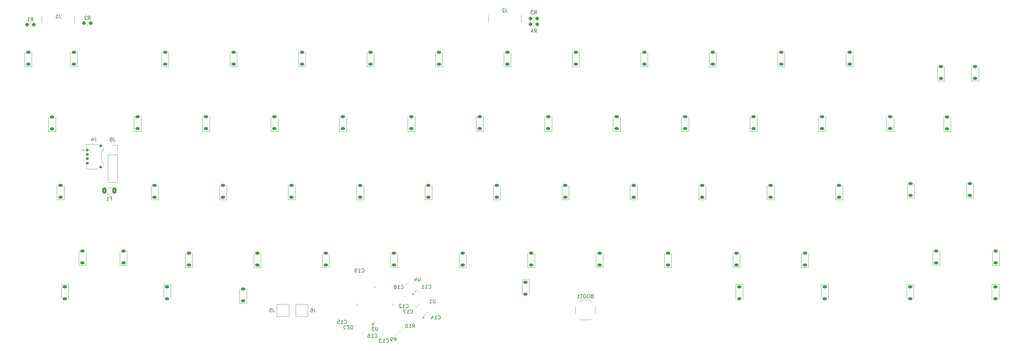
<source format=gbo>
G04 #@! TF.GenerationSoftware,KiCad,Pcbnew,8.0.4*
G04 #@! TF.CreationDate,2024-08-26T20:04:34+02:00*
G04 #@! TF.ProjectId,keyboard,6b657962-6f61-4726-942e-6b696361645f,rev?*
G04 #@! TF.SameCoordinates,Original*
G04 #@! TF.FileFunction,Legend,Bot*
G04 #@! TF.FilePolarity,Positive*
%FSLAX46Y46*%
G04 Gerber Fmt 4.6, Leading zero omitted, Abs format (unit mm)*
G04 Created by KiCad (PCBNEW 8.0.4) date 2024-08-26 20:04:34*
%MOMM*%
%LPD*%
G01*
G04 APERTURE LIST*
G04 Aperture macros list*
%AMRoundRect*
0 Rectangle with rounded corners*
0 $1 Rounding radius*
0 $2 $3 $4 $5 $6 $7 $8 $9 X,Y pos of 4 corners*
0 Add a 4 corners polygon primitive as box body*
4,1,4,$2,$3,$4,$5,$6,$7,$8,$9,$2,$3,0*
0 Add four circle primitives for the rounded corners*
1,1,$1+$1,$2,$3*
1,1,$1+$1,$4,$5*
1,1,$1+$1,$6,$7*
1,1,$1+$1,$8,$9*
0 Add four rect primitives between the rounded corners*
20,1,$1+$1,$2,$3,$4,$5,0*
20,1,$1+$1,$4,$5,$6,$7,0*
20,1,$1+$1,$6,$7,$8,$9,0*
20,1,$1+$1,$8,$9,$2,$3,0*%
G04 Aperture macros list end*
%ADD10C,0.160000*%
%ADD11C,0.120000*%
%ADD12C,1.750000*%
%ADD13C,4.000000*%
%ADD14C,2.500000*%
%ADD15O,4.900000X2.500000*%
%ADD16C,3.048000*%
%ADD17C,3.987800*%
%ADD18RoundRect,0.225000X-0.375000X0.225000X-0.375000X-0.225000X0.375000X-0.225000X0.375000X0.225000X0*%
%ADD19RoundRect,0.225000X0.375000X-0.225000X0.375000X0.225000X-0.375000X0.225000X-0.375000X-0.225000X0*%
%ADD20RoundRect,0.140000X0.219203X0.021213X0.021213X0.219203X-0.219203X-0.021213X-0.021213X-0.219203X0*%
%ADD21RoundRect,0.140000X-0.219203X-0.021213X-0.021213X-0.219203X0.219203X0.021213X0.021213X0.219203X0*%
%ADD22RoundRect,0.140000X-0.021213X0.219203X-0.219203X0.021213X0.021213X-0.219203X0.219203X-0.021213X0*%
%ADD23RoundRect,0.237500X-0.344715X0.008839X0.008839X-0.344715X0.344715X-0.008839X-0.008839X0.344715X0*%
%ADD24O,8.000000X5.000000*%
%ADD25O,10.000000X5.000000*%
%ADD26RoundRect,0.237500X-0.250000X-0.237500X0.250000X-0.237500X0.250000X0.237500X-0.250000X0.237500X0*%
%ADD27RoundRect,0.237500X0.250000X0.237500X-0.250000X0.237500X-0.250000X-0.237500X0.250000X-0.237500X0*%
%ADD28RoundRect,0.250000X-0.375000X-0.625000X0.375000X-0.625000X0.375000X0.625000X-0.375000X0.625000X0*%
%ADD29R,1.700000X1.700000*%
%ADD30O,1.700000X1.700000*%
%ADD31RoundRect,0.140000X0.021213X-0.219203X0.219203X-0.021213X-0.021213X0.219203X-0.219203X0.021213X0*%
%ADD32RoundRect,0.075000X-0.415425X-0.521491X0.521491X0.415425X0.415425X0.521491X-0.521491X-0.415425X0*%
%ADD33RoundRect,0.075000X0.415425X-0.521491X0.521491X-0.415425X-0.415425X0.521491X-0.521491X0.415425X0*%
%ADD34C,5.000000*%
%ADD35R,3.000000X3.000000*%
%ADD36RoundRect,0.150000X-0.275000X0.150000X-0.275000X-0.150000X0.275000X-0.150000X0.275000X0.150000X0*%
%ADD37RoundRect,0.175000X-0.225000X0.175000X-0.225000X-0.175000X0.225000X-0.175000X0.225000X0.175000X0*%
%ADD38R,1.700000X1.000000*%
%ADD39RoundRect,0.225000X0.017678X-0.335876X0.335876X-0.017678X-0.017678X0.335876X-0.335876X0.017678X0*%
%ADD40C,0.650000*%
%ADD41R,0.600000X1.100000*%
%ADD42R,0.300000X1.240000*%
%ADD43R,0.300000X1.020000*%
%ADD44R,0.300000X1.120000*%
%ADD45O,1.000000X1.800000*%
%ADD46O,1.000000X2.200000*%
%ADD47RoundRect,0.150000X-0.256326X-0.468458X0.468458X0.256326X0.256326X0.468458X-0.468458X-0.256326X0*%
%ADD48C,6.000000*%
%ADD49RoundRect,0.175000X0.106066X-0.353553X0.353553X-0.106066X-0.106066X0.353553X-0.353553X0.106066X0*%
%ADD50RoundRect,0.150000X-0.035355X-0.247487X0.247487X0.035355X0.035355X0.247487X-0.247487X-0.035355X0*%
G04 APERTURE END LIST*
D10*
X93542858Y-64934060D02*
X93590477Y-64981680D01*
X93590477Y-64981680D02*
X93733334Y-65029299D01*
X93733334Y-65029299D02*
X93828572Y-65029299D01*
X93828572Y-65029299D02*
X93971429Y-64981680D01*
X93971429Y-64981680D02*
X94066667Y-64886441D01*
X94066667Y-64886441D02*
X94114286Y-64791203D01*
X94114286Y-64791203D02*
X94161905Y-64600727D01*
X94161905Y-64600727D02*
X94161905Y-64457870D01*
X94161905Y-64457870D02*
X94114286Y-64267394D01*
X94114286Y-64267394D02*
X94066667Y-64172156D01*
X94066667Y-64172156D02*
X93971429Y-64076918D01*
X93971429Y-64076918D02*
X93828572Y-64029299D01*
X93828572Y-64029299D02*
X93733334Y-64029299D01*
X93733334Y-64029299D02*
X93590477Y-64076918D01*
X93590477Y-64076918D02*
X93542858Y-64124537D01*
X92590477Y-65029299D02*
X93161905Y-65029299D01*
X92876191Y-65029299D02*
X92876191Y-64029299D01*
X92876191Y-64029299D02*
X92971429Y-64172156D01*
X92971429Y-64172156D02*
X93066667Y-64267394D01*
X93066667Y-64267394D02*
X93161905Y-64315013D01*
X92114286Y-65029299D02*
X91923810Y-65029299D01*
X91923810Y-65029299D02*
X91828572Y-64981680D01*
X91828572Y-64981680D02*
X91780953Y-64934060D01*
X91780953Y-64934060D02*
X91685715Y-64791203D01*
X91685715Y-64791203D02*
X91638096Y-64600727D01*
X91638096Y-64600727D02*
X91638096Y-64219775D01*
X91638096Y-64219775D02*
X91685715Y-64124537D01*
X91685715Y-64124537D02*
X91733334Y-64076918D01*
X91733334Y-64076918D02*
X91828572Y-64029299D01*
X91828572Y-64029299D02*
X92019048Y-64029299D01*
X92019048Y-64029299D02*
X92114286Y-64076918D01*
X92114286Y-64076918D02*
X92161905Y-64124537D01*
X92161905Y-64124537D02*
X92209524Y-64219775D01*
X92209524Y-64219775D02*
X92209524Y-64457870D01*
X92209524Y-64457870D02*
X92161905Y-64553108D01*
X92161905Y-64553108D02*
X92114286Y-64600727D01*
X92114286Y-64600727D02*
X92019048Y-64648346D01*
X92019048Y-64648346D02*
X91828572Y-64648346D01*
X91828572Y-64648346D02*
X91733334Y-64600727D01*
X91733334Y-64600727D02*
X91685715Y-64553108D01*
X91685715Y-64553108D02*
X91638096Y-64457870D01*
X89157142Y-79940939D02*
X89109523Y-79893320D01*
X89109523Y-79893320D02*
X88966666Y-79845700D01*
X88966666Y-79845700D02*
X88871428Y-79845700D01*
X88871428Y-79845700D02*
X88728571Y-79893320D01*
X88728571Y-79893320D02*
X88633333Y-79988558D01*
X88633333Y-79988558D02*
X88585714Y-80083796D01*
X88585714Y-80083796D02*
X88538095Y-80274272D01*
X88538095Y-80274272D02*
X88538095Y-80417129D01*
X88538095Y-80417129D02*
X88585714Y-80607605D01*
X88585714Y-80607605D02*
X88633333Y-80702843D01*
X88633333Y-80702843D02*
X88728571Y-80798081D01*
X88728571Y-80798081D02*
X88871428Y-80845700D01*
X88871428Y-80845700D02*
X88966666Y-80845700D01*
X88966666Y-80845700D02*
X89109523Y-80798081D01*
X89109523Y-80798081D02*
X89157142Y-80750462D01*
X89538095Y-80750462D02*
X89585714Y-80798081D01*
X89585714Y-80798081D02*
X89680952Y-80845700D01*
X89680952Y-80845700D02*
X89919047Y-80845700D01*
X89919047Y-80845700D02*
X90014285Y-80798081D01*
X90014285Y-80798081D02*
X90061904Y-80750462D01*
X90061904Y-80750462D02*
X90109523Y-80655224D01*
X90109523Y-80655224D02*
X90109523Y-80559986D01*
X90109523Y-80559986D02*
X90061904Y-80417129D01*
X90061904Y-80417129D02*
X89490476Y-79845700D01*
X89490476Y-79845700D02*
X90109523Y-79845700D01*
X90728571Y-80845700D02*
X90823809Y-80845700D01*
X90823809Y-80845700D02*
X90919047Y-80798081D01*
X90919047Y-80798081D02*
X90966666Y-80750462D01*
X90966666Y-80750462D02*
X91014285Y-80655224D01*
X91014285Y-80655224D02*
X91061904Y-80464748D01*
X91061904Y-80464748D02*
X91061904Y-80226653D01*
X91061904Y-80226653D02*
X91014285Y-80036177D01*
X91014285Y-80036177D02*
X90966666Y-79940939D01*
X90966666Y-79940939D02*
X90919047Y-79893320D01*
X90919047Y-79893320D02*
X90823809Y-79845700D01*
X90823809Y-79845700D02*
X90728571Y-79845700D01*
X90728571Y-79845700D02*
X90633333Y-79893320D01*
X90633333Y-79893320D02*
X90585714Y-79940939D01*
X90585714Y-79940939D02*
X90538095Y-80036177D01*
X90538095Y-80036177D02*
X90490476Y-80226653D01*
X90490476Y-80226653D02*
X90490476Y-80464748D01*
X90490476Y-80464748D02*
X90538095Y-80655224D01*
X90538095Y-80655224D02*
X90585714Y-80750462D01*
X90585714Y-80750462D02*
X90633333Y-80798081D01*
X90633333Y-80798081D02*
X90728571Y-80845700D01*
X100342857Y-84459060D02*
X100390476Y-84506680D01*
X100390476Y-84506680D02*
X100533333Y-84554299D01*
X100533333Y-84554299D02*
X100628571Y-84554299D01*
X100628571Y-84554299D02*
X100771428Y-84506680D01*
X100771428Y-84506680D02*
X100866666Y-84411441D01*
X100866666Y-84411441D02*
X100914285Y-84316203D01*
X100914285Y-84316203D02*
X100961904Y-84125727D01*
X100961904Y-84125727D02*
X100961904Y-83982870D01*
X100961904Y-83982870D02*
X100914285Y-83792394D01*
X100914285Y-83792394D02*
X100866666Y-83697156D01*
X100866666Y-83697156D02*
X100771428Y-83601918D01*
X100771428Y-83601918D02*
X100628571Y-83554299D01*
X100628571Y-83554299D02*
X100533333Y-83554299D01*
X100533333Y-83554299D02*
X100390476Y-83601918D01*
X100390476Y-83601918D02*
X100342857Y-83649537D01*
X99390476Y-84554299D02*
X99961904Y-84554299D01*
X99676190Y-84554299D02*
X99676190Y-83554299D01*
X99676190Y-83554299D02*
X99771428Y-83697156D01*
X99771428Y-83697156D02*
X99866666Y-83792394D01*
X99866666Y-83792394D02*
X99961904Y-83840013D01*
X99057142Y-83554299D02*
X98438095Y-83554299D01*
X98438095Y-83554299D02*
X98771428Y-83935251D01*
X98771428Y-83935251D02*
X98628571Y-83935251D01*
X98628571Y-83935251D02*
X98533333Y-83982870D01*
X98533333Y-83982870D02*
X98485714Y-84030489D01*
X98485714Y-84030489D02*
X98438095Y-84125727D01*
X98438095Y-84125727D02*
X98438095Y-84363822D01*
X98438095Y-84363822D02*
X98485714Y-84459060D01*
X98485714Y-84459060D02*
X98533333Y-84506680D01*
X98533333Y-84506680D02*
X98628571Y-84554299D01*
X98628571Y-84554299D02*
X98914285Y-84554299D01*
X98914285Y-84554299D02*
X99009523Y-84506680D01*
X99009523Y-84506680D02*
X99057142Y-84459060D01*
X107642857Y-80454299D02*
X107976190Y-79978108D01*
X108214285Y-80454299D02*
X108214285Y-79454299D01*
X108214285Y-79454299D02*
X107833333Y-79454299D01*
X107833333Y-79454299D02*
X107738095Y-79501918D01*
X107738095Y-79501918D02*
X107690476Y-79549537D01*
X107690476Y-79549537D02*
X107642857Y-79644775D01*
X107642857Y-79644775D02*
X107642857Y-79787632D01*
X107642857Y-79787632D02*
X107690476Y-79882870D01*
X107690476Y-79882870D02*
X107738095Y-79930489D01*
X107738095Y-79930489D02*
X107833333Y-79978108D01*
X107833333Y-79978108D02*
X108214285Y-79978108D01*
X106690476Y-80454299D02*
X107261904Y-80454299D01*
X106976190Y-80454299D02*
X106976190Y-79454299D01*
X106976190Y-79454299D02*
X107071428Y-79597156D01*
X107071428Y-79597156D02*
X107166666Y-79692394D01*
X107166666Y-79692394D02*
X107261904Y-79740013D01*
X106071428Y-79454299D02*
X105976190Y-79454299D01*
X105976190Y-79454299D02*
X105880952Y-79501918D01*
X105880952Y-79501918D02*
X105833333Y-79549537D01*
X105833333Y-79549537D02*
X105785714Y-79644775D01*
X105785714Y-79644775D02*
X105738095Y-79835251D01*
X105738095Y-79835251D02*
X105738095Y-80073346D01*
X105738095Y-80073346D02*
X105785714Y-80263822D01*
X105785714Y-80263822D02*
X105833333Y-80359060D01*
X105833333Y-80359060D02*
X105880952Y-80406680D01*
X105880952Y-80406680D02*
X105976190Y-80454299D01*
X105976190Y-80454299D02*
X106071428Y-80454299D01*
X106071428Y-80454299D02*
X106166666Y-80406680D01*
X106166666Y-80406680D02*
X106214285Y-80359060D01*
X106214285Y-80359060D02*
X106261904Y-80263822D01*
X106261904Y-80263822D02*
X106309523Y-80073346D01*
X106309523Y-80073346D02*
X106309523Y-79835251D01*
X106309523Y-79835251D02*
X106261904Y-79644775D01*
X106261904Y-79644775D02*
X106214285Y-79549537D01*
X106214285Y-79549537D02*
X106166666Y-79501918D01*
X106166666Y-79501918D02*
X106071428Y-79454299D01*
X141566666Y6945700D02*
X141899999Y7421891D01*
X142138094Y6945700D02*
X142138094Y7945700D01*
X142138094Y7945700D02*
X141757142Y7945700D01*
X141757142Y7945700D02*
X141661904Y7898081D01*
X141661904Y7898081D02*
X141614285Y7850462D01*
X141614285Y7850462D02*
X141566666Y7755224D01*
X141566666Y7755224D02*
X141566666Y7612367D01*
X141566666Y7612367D02*
X141614285Y7517129D01*
X141614285Y7517129D02*
X141661904Y7469510D01*
X141661904Y7469510D02*
X141757142Y7421891D01*
X141757142Y7421891D02*
X142138094Y7421891D01*
X141233332Y7945700D02*
X140614285Y7945700D01*
X140614285Y7945700D02*
X140947618Y7564748D01*
X140947618Y7564748D02*
X140804761Y7564748D01*
X140804761Y7564748D02*
X140709523Y7517129D01*
X140709523Y7517129D02*
X140661904Y7469510D01*
X140661904Y7469510D02*
X140614285Y7374272D01*
X140614285Y7374272D02*
X140614285Y7136177D01*
X140614285Y7136177D02*
X140661904Y7040939D01*
X140661904Y7040939D02*
X140709523Y6993320D01*
X140709523Y6993320D02*
X140804761Y6945700D01*
X140804761Y6945700D02*
X141090475Y6945700D01*
X141090475Y6945700D02*
X141185713Y6993320D01*
X141185713Y6993320D02*
X141233332Y7040939D01*
X114792857Y-78009059D02*
X114840476Y-78056679D01*
X114840476Y-78056679D02*
X114983333Y-78104298D01*
X114983333Y-78104298D02*
X115078571Y-78104298D01*
X115078571Y-78104298D02*
X115221428Y-78056679D01*
X115221428Y-78056679D02*
X115316666Y-77961440D01*
X115316666Y-77961440D02*
X115364285Y-77866202D01*
X115364285Y-77866202D02*
X115411904Y-77675726D01*
X115411904Y-77675726D02*
X115411904Y-77532869D01*
X115411904Y-77532869D02*
X115364285Y-77342393D01*
X115364285Y-77342393D02*
X115316666Y-77247155D01*
X115316666Y-77247155D02*
X115221428Y-77151917D01*
X115221428Y-77151917D02*
X115078571Y-77104298D01*
X115078571Y-77104298D02*
X114983333Y-77104298D01*
X114983333Y-77104298D02*
X114840476Y-77151917D01*
X114840476Y-77151917D02*
X114792857Y-77199536D01*
X113840476Y-78104298D02*
X114411904Y-78104298D01*
X114126190Y-78104298D02*
X114126190Y-77104298D01*
X114126190Y-77104298D02*
X114221428Y-77247155D01*
X114221428Y-77247155D02*
X114316666Y-77342393D01*
X114316666Y-77342393D02*
X114411904Y-77390012D01*
X112983333Y-77437631D02*
X112983333Y-78104298D01*
X113221428Y-77056679D02*
X113459523Y-77770964D01*
X113459523Y-77770964D02*
X112840476Y-77770964D01*
X141591666Y1795700D02*
X141924999Y2271891D01*
X142163094Y1795700D02*
X142163094Y2795700D01*
X142163094Y2795700D02*
X141782142Y2795700D01*
X141782142Y2795700D02*
X141686904Y2748081D01*
X141686904Y2748081D02*
X141639285Y2700462D01*
X141639285Y2700462D02*
X141591666Y2605224D01*
X141591666Y2605224D02*
X141591666Y2462367D01*
X141591666Y2462367D02*
X141639285Y2367129D01*
X141639285Y2367129D02*
X141686904Y2319510D01*
X141686904Y2319510D02*
X141782142Y2271891D01*
X141782142Y2271891D02*
X142163094Y2271891D01*
X140734523Y2462367D02*
X140734523Y1795700D01*
X140972618Y2843320D02*
X141210713Y2129034D01*
X141210713Y2129034D02*
X140591666Y2129034D01*
X23583333Y-44430489D02*
X23916666Y-44430489D01*
X23916666Y-44954299D02*
X23916666Y-43954299D01*
X23916666Y-43954299D02*
X23440476Y-43954299D01*
X22535714Y-44954299D02*
X23107142Y-44954299D01*
X22821428Y-44954299D02*
X22821428Y-43954299D01*
X22821428Y-43954299D02*
X22916666Y-44097156D01*
X22916666Y-44097156D02*
X23011904Y-44192394D01*
X23011904Y-44192394D02*
X23107142Y-44240013D01*
X24533333Y-27554299D02*
X24533333Y-28268584D01*
X24533333Y-28268584D02*
X24580952Y-28411441D01*
X24580952Y-28411441D02*
X24676190Y-28506680D01*
X24676190Y-28506680D02*
X24819047Y-28554299D01*
X24819047Y-28554299D02*
X24914285Y-28554299D01*
X23914285Y-27982870D02*
X24009523Y-27935251D01*
X24009523Y-27935251D02*
X24057142Y-27887632D01*
X24057142Y-27887632D02*
X24104761Y-27792394D01*
X24104761Y-27792394D02*
X24104761Y-27744775D01*
X24104761Y-27744775D02*
X24057142Y-27649537D01*
X24057142Y-27649537D02*
X24009523Y-27601918D01*
X24009523Y-27601918D02*
X23914285Y-27554299D01*
X23914285Y-27554299D02*
X23723809Y-27554299D01*
X23723809Y-27554299D02*
X23628571Y-27601918D01*
X23628571Y-27601918D02*
X23580952Y-27649537D01*
X23580952Y-27649537D02*
X23533333Y-27744775D01*
X23533333Y-27744775D02*
X23533333Y-27792394D01*
X23533333Y-27792394D02*
X23580952Y-27887632D01*
X23580952Y-27887632D02*
X23628571Y-27935251D01*
X23628571Y-27935251D02*
X23723809Y-27982870D01*
X23723809Y-27982870D02*
X23914285Y-27982870D01*
X23914285Y-27982870D02*
X24009523Y-28030489D01*
X24009523Y-28030489D02*
X24057142Y-28078108D01*
X24057142Y-28078108D02*
X24104761Y-28173346D01*
X24104761Y-28173346D02*
X24104761Y-28363822D01*
X24104761Y-28363822D02*
X24057142Y-28459060D01*
X24057142Y-28459060D02*
X24009523Y-28506680D01*
X24009523Y-28506680D02*
X23914285Y-28554299D01*
X23914285Y-28554299D02*
X23723809Y-28554299D01*
X23723809Y-28554299D02*
X23628571Y-28506680D01*
X23628571Y-28506680D02*
X23580952Y-28459060D01*
X23580952Y-28459060D02*
X23533333Y-28363822D01*
X23533333Y-28363822D02*
X23533333Y-28173346D01*
X23533333Y-28173346D02*
X23580952Y-28078108D01*
X23580952Y-28078108D02*
X23628571Y-28030489D01*
X23628571Y-28030489D02*
X23723809Y-27982870D01*
X102555503Y-84204299D02*
X102888836Y-83728108D01*
X103126931Y-84204299D02*
X103126931Y-83204299D01*
X103126931Y-83204299D02*
X102745979Y-83204299D01*
X102745979Y-83204299D02*
X102650741Y-83251918D01*
X102650741Y-83251918D02*
X102603122Y-83299537D01*
X102603122Y-83299537D02*
X102555503Y-83394775D01*
X102555503Y-83394775D02*
X102555503Y-83537632D01*
X102555503Y-83537632D02*
X102603122Y-83632870D01*
X102603122Y-83632870D02*
X102650741Y-83680489D01*
X102650741Y-83680489D02*
X102745979Y-83728108D01*
X102745979Y-83728108D02*
X103126931Y-83728108D01*
X102079312Y-84204299D02*
X101888836Y-84204299D01*
X101888836Y-84204299D02*
X101793598Y-84156680D01*
X101793598Y-84156680D02*
X101745979Y-84109060D01*
X101745979Y-84109060D02*
X101650741Y-83966203D01*
X101650741Y-83966203D02*
X101603122Y-83775727D01*
X101603122Y-83775727D02*
X101603122Y-83394775D01*
X101603122Y-83394775D02*
X101650741Y-83299537D01*
X101650741Y-83299537D02*
X101698360Y-83251918D01*
X101698360Y-83251918D02*
X101793598Y-83204299D01*
X101793598Y-83204299D02*
X101984074Y-83204299D01*
X101984074Y-83204299D02*
X102079312Y-83251918D01*
X102079312Y-83251918D02*
X102126931Y-83299537D01*
X102126931Y-83299537D02*
X102174550Y-83394775D01*
X102174550Y-83394775D02*
X102174550Y-83632870D01*
X102174550Y-83632870D02*
X102126931Y-83728108D01*
X102126931Y-83728108D02*
X102079312Y-83775727D01*
X102079312Y-83775727D02*
X101984074Y-83823346D01*
X101984074Y-83823346D02*
X101793598Y-83823346D01*
X101793598Y-83823346D02*
X101698360Y-83775727D01*
X101698360Y-83775727D02*
X101650741Y-83728108D01*
X101650741Y-83728108D02*
X101603122Y-83632870D01*
X88692857Y-79209059D02*
X88740476Y-79256679D01*
X88740476Y-79256679D02*
X88883333Y-79304298D01*
X88883333Y-79304298D02*
X88978571Y-79304298D01*
X88978571Y-79304298D02*
X89121428Y-79256679D01*
X89121428Y-79256679D02*
X89216666Y-79161440D01*
X89216666Y-79161440D02*
X89264285Y-79066202D01*
X89264285Y-79066202D02*
X89311904Y-78875726D01*
X89311904Y-78875726D02*
X89311904Y-78732869D01*
X89311904Y-78732869D02*
X89264285Y-78542393D01*
X89264285Y-78542393D02*
X89216666Y-78447155D01*
X89216666Y-78447155D02*
X89121428Y-78351917D01*
X89121428Y-78351917D02*
X88978571Y-78304298D01*
X88978571Y-78304298D02*
X88883333Y-78304298D01*
X88883333Y-78304298D02*
X88740476Y-78351917D01*
X88740476Y-78351917D02*
X88692857Y-78399536D01*
X87740476Y-79304298D02*
X88311904Y-79304298D01*
X88026190Y-79304298D02*
X88026190Y-78304298D01*
X88026190Y-78304298D02*
X88121428Y-78447155D01*
X88121428Y-78447155D02*
X88216666Y-78542393D01*
X88216666Y-78542393D02*
X88311904Y-78590012D01*
X86835714Y-78304298D02*
X87311904Y-78304298D01*
X87311904Y-78304298D02*
X87359523Y-78780488D01*
X87359523Y-78780488D02*
X87311904Y-78732869D01*
X87311904Y-78732869D02*
X87216666Y-78685250D01*
X87216666Y-78685250D02*
X86978571Y-78685250D01*
X86978571Y-78685250D02*
X86883333Y-78732869D01*
X86883333Y-78732869D02*
X86835714Y-78780488D01*
X86835714Y-78780488D02*
X86788095Y-78875726D01*
X86788095Y-78875726D02*
X86788095Y-79113821D01*
X86788095Y-79113821D02*
X86835714Y-79209059D01*
X86835714Y-79209059D02*
X86883333Y-79256679D01*
X86883333Y-79256679D02*
X86978571Y-79304298D01*
X86978571Y-79304298D02*
X87216666Y-79304298D01*
X87216666Y-79304298D02*
X87311904Y-79256679D01*
X87311904Y-79256679D02*
X87359523Y-79209059D01*
X107042857Y-76409060D02*
X107090476Y-76456680D01*
X107090476Y-76456680D02*
X107233333Y-76504299D01*
X107233333Y-76504299D02*
X107328571Y-76504299D01*
X107328571Y-76504299D02*
X107471428Y-76456680D01*
X107471428Y-76456680D02*
X107566666Y-76361441D01*
X107566666Y-76361441D02*
X107614285Y-76266203D01*
X107614285Y-76266203D02*
X107661904Y-76075727D01*
X107661904Y-76075727D02*
X107661904Y-75932870D01*
X107661904Y-75932870D02*
X107614285Y-75742394D01*
X107614285Y-75742394D02*
X107566666Y-75647156D01*
X107566666Y-75647156D02*
X107471428Y-75551918D01*
X107471428Y-75551918D02*
X107328571Y-75504299D01*
X107328571Y-75504299D02*
X107233333Y-75504299D01*
X107233333Y-75504299D02*
X107090476Y-75551918D01*
X107090476Y-75551918D02*
X107042857Y-75599537D01*
X106090476Y-76504299D02*
X106661904Y-76504299D01*
X106376190Y-76504299D02*
X106376190Y-75504299D01*
X106376190Y-75504299D02*
X106471428Y-75647156D01*
X106471428Y-75647156D02*
X106566666Y-75742394D01*
X106566666Y-75742394D02*
X106661904Y-75790013D01*
X105757142Y-75504299D02*
X105090476Y-75504299D01*
X105090476Y-75504299D02*
X105519047Y-76504299D01*
X97961904Y-80254299D02*
X97961904Y-81063822D01*
X97961904Y-81063822D02*
X97914285Y-81159060D01*
X97914285Y-81159060D02*
X97866666Y-81206680D01*
X97866666Y-81206680D02*
X97771428Y-81254299D01*
X97771428Y-81254299D02*
X97580952Y-81254299D01*
X97580952Y-81254299D02*
X97485714Y-81206680D01*
X97485714Y-81206680D02*
X97438095Y-81159060D01*
X97438095Y-81159060D02*
X97390476Y-81063822D01*
X97390476Y-81063822D02*
X97390476Y-80254299D01*
X97009523Y-80254299D02*
X96390476Y-80254299D01*
X96390476Y-80254299D02*
X96723809Y-80635251D01*
X96723809Y-80635251D02*
X96580952Y-80635251D01*
X96580952Y-80635251D02*
X96485714Y-80682870D01*
X96485714Y-80682870D02*
X96438095Y-80730489D01*
X96438095Y-80730489D02*
X96390476Y-80825727D01*
X96390476Y-80825727D02*
X96390476Y-81063822D01*
X96390476Y-81063822D02*
X96438095Y-81159060D01*
X96438095Y-81159060D02*
X96485714Y-81206680D01*
X96485714Y-81206680D02*
X96580952Y-81254299D01*
X96580952Y-81254299D02*
X96866666Y-81254299D01*
X96866666Y-81254299D02*
X96961904Y-81206680D01*
X96961904Y-81206680D02*
X97009523Y-81159060D01*
X17341666Y5350700D02*
X17674999Y5826891D01*
X17913094Y5350700D02*
X17913094Y6350700D01*
X17913094Y6350700D02*
X17532142Y6350700D01*
X17532142Y6350700D02*
X17436904Y6303081D01*
X17436904Y6303081D02*
X17389285Y6255462D01*
X17389285Y6255462D02*
X17341666Y6160224D01*
X17341666Y6160224D02*
X17341666Y6017367D01*
X17341666Y6017367D02*
X17389285Y5922129D01*
X17389285Y5922129D02*
X17436904Y5874510D01*
X17436904Y5874510D02*
X17532142Y5826891D01*
X17532142Y5826891D02*
X17913094Y5826891D01*
X16960713Y6255462D02*
X16913094Y6303081D01*
X16913094Y6303081D02*
X16817856Y6350700D01*
X16817856Y6350700D02*
X16579761Y6350700D01*
X16579761Y6350700D02*
X16484523Y6303081D01*
X16484523Y6303081D02*
X16436904Y6255462D01*
X16436904Y6255462D02*
X16389285Y6160224D01*
X16389285Y6160224D02*
X16389285Y6064986D01*
X16389285Y6064986D02*
X16436904Y5922129D01*
X16436904Y5922129D02*
X17008332Y5350700D01*
X17008332Y5350700D02*
X16389285Y5350700D01*
X80333333Y-75104299D02*
X80333333Y-75818584D01*
X80333333Y-75818584D02*
X80380952Y-75961441D01*
X80380952Y-75961441D02*
X80476190Y-76056680D01*
X80476190Y-76056680D02*
X80619047Y-76104299D01*
X80619047Y-76104299D02*
X80714285Y-76104299D01*
X79428571Y-75104299D02*
X79619047Y-75104299D01*
X79619047Y-75104299D02*
X79714285Y-75151918D01*
X79714285Y-75151918D02*
X79761904Y-75199537D01*
X79761904Y-75199537D02*
X79857142Y-75342394D01*
X79857142Y-75342394D02*
X79904761Y-75532870D01*
X79904761Y-75532870D02*
X79904761Y-75913822D01*
X79904761Y-75913822D02*
X79857142Y-76009060D01*
X79857142Y-76009060D02*
X79809523Y-76056680D01*
X79809523Y-76056680D02*
X79714285Y-76104299D01*
X79714285Y-76104299D02*
X79523809Y-76104299D01*
X79523809Y-76104299D02*
X79428571Y-76056680D01*
X79428571Y-76056680D02*
X79380952Y-76009060D01*
X79380952Y-76009060D02*
X79333333Y-75913822D01*
X79333333Y-75913822D02*
X79333333Y-75675727D01*
X79333333Y-75675727D02*
X79380952Y-75580489D01*
X79380952Y-75580489D02*
X79428571Y-75532870D01*
X79428571Y-75532870D02*
X79523809Y-75485251D01*
X79523809Y-75485251D02*
X79714285Y-75485251D01*
X79714285Y-75485251D02*
X79809523Y-75532870D01*
X79809523Y-75532870D02*
X79857142Y-75580489D01*
X79857142Y-75580489D02*
X79904761Y-75675727D01*
X104453446Y-69548470D02*
X104501065Y-69596090D01*
X104501065Y-69596090D02*
X104643922Y-69643709D01*
X104643922Y-69643709D02*
X104739160Y-69643709D01*
X104739160Y-69643709D02*
X104882017Y-69596090D01*
X104882017Y-69596090D02*
X104977255Y-69500851D01*
X104977255Y-69500851D02*
X105024874Y-69405613D01*
X105024874Y-69405613D02*
X105072493Y-69215137D01*
X105072493Y-69215137D02*
X105072493Y-69072280D01*
X105072493Y-69072280D02*
X105024874Y-68881804D01*
X105024874Y-68881804D02*
X104977255Y-68786566D01*
X104977255Y-68786566D02*
X104882017Y-68691328D01*
X104882017Y-68691328D02*
X104739160Y-68643709D01*
X104739160Y-68643709D02*
X104643922Y-68643709D01*
X104643922Y-68643709D02*
X104501065Y-68691328D01*
X104501065Y-68691328D02*
X104453446Y-68738947D01*
X103501065Y-69643709D02*
X104072493Y-69643709D01*
X103786779Y-69643709D02*
X103786779Y-68643709D01*
X103786779Y-68643709D02*
X103882017Y-68786566D01*
X103882017Y-68786566D02*
X103977255Y-68881804D01*
X103977255Y-68881804D02*
X104072493Y-68929423D01*
X102929636Y-69072280D02*
X103024874Y-69024661D01*
X103024874Y-69024661D02*
X103072493Y-68977042D01*
X103072493Y-68977042D02*
X103120112Y-68881804D01*
X103120112Y-68881804D02*
X103120112Y-68834185D01*
X103120112Y-68834185D02*
X103072493Y-68738947D01*
X103072493Y-68738947D02*
X103024874Y-68691328D01*
X103024874Y-68691328D02*
X102929636Y-68643709D01*
X102929636Y-68643709D02*
X102739160Y-68643709D01*
X102739160Y-68643709D02*
X102643922Y-68691328D01*
X102643922Y-68691328D02*
X102596303Y-68738947D01*
X102596303Y-68738947D02*
X102548684Y-68834185D01*
X102548684Y-68834185D02*
X102548684Y-68881804D01*
X102548684Y-68881804D02*
X102596303Y-68977042D01*
X102596303Y-68977042D02*
X102643922Y-69024661D01*
X102643922Y-69024661D02*
X102739160Y-69072280D01*
X102739160Y-69072280D02*
X102929636Y-69072280D01*
X102929636Y-69072280D02*
X103024874Y-69119899D01*
X103024874Y-69119899D02*
X103072493Y-69167518D01*
X103072493Y-69167518D02*
X103120112Y-69262756D01*
X103120112Y-69262756D02*
X103120112Y-69453232D01*
X103120112Y-69453232D02*
X103072493Y-69548470D01*
X103072493Y-69548470D02*
X103024874Y-69596090D01*
X103024874Y-69596090D02*
X102929636Y-69643709D01*
X102929636Y-69643709D02*
X102739160Y-69643709D01*
X102739160Y-69643709D02*
X102643922Y-69596090D01*
X102643922Y-69596090D02*
X102596303Y-69548470D01*
X102596303Y-69548470D02*
X102548684Y-69453232D01*
X102548684Y-69453232D02*
X102548684Y-69262756D01*
X102548684Y-69262756D02*
X102596303Y-69167518D01*
X102596303Y-69167518D02*
X102643922Y-69119899D01*
X102643922Y-69119899D02*
X102739160Y-69072280D01*
X1466666Y4950700D02*
X1799999Y5426891D01*
X2038094Y4950700D02*
X2038094Y5950700D01*
X2038094Y5950700D02*
X1657142Y5950700D01*
X1657142Y5950700D02*
X1561904Y5903081D01*
X1561904Y5903081D02*
X1514285Y5855462D01*
X1514285Y5855462D02*
X1466666Y5760224D01*
X1466666Y5760224D02*
X1466666Y5617367D01*
X1466666Y5617367D02*
X1514285Y5522129D01*
X1514285Y5522129D02*
X1561904Y5474510D01*
X1561904Y5474510D02*
X1657142Y5426891D01*
X1657142Y5426891D02*
X2038094Y5426891D01*
X514285Y4950700D02*
X1085713Y4950700D01*
X799999Y4950700D02*
X799999Y5950700D01*
X799999Y5950700D02*
X895237Y5807843D01*
X895237Y5807843D02*
X990475Y5712605D01*
X990475Y5712605D02*
X1085713Y5664986D01*
X19333333Y-27454299D02*
X19333333Y-28168584D01*
X19333333Y-28168584D02*
X19380952Y-28311441D01*
X19380952Y-28311441D02*
X19476190Y-28406680D01*
X19476190Y-28406680D02*
X19619047Y-28454299D01*
X19619047Y-28454299D02*
X19714285Y-28454299D01*
X18428571Y-27787632D02*
X18428571Y-28454299D01*
X18666666Y-27406680D02*
X18904761Y-28120965D01*
X18904761Y-28120965D02*
X18285714Y-28120965D01*
X68833333Y-75079299D02*
X68833333Y-75793584D01*
X68833333Y-75793584D02*
X68880952Y-75936441D01*
X68880952Y-75936441D02*
X68976190Y-76031680D01*
X68976190Y-76031680D02*
X69119047Y-76079299D01*
X69119047Y-76079299D02*
X69214285Y-76079299D01*
X67880952Y-75079299D02*
X68357142Y-75079299D01*
X68357142Y-75079299D02*
X68404761Y-75555489D01*
X68404761Y-75555489D02*
X68357142Y-75507870D01*
X68357142Y-75507870D02*
X68261904Y-75460251D01*
X68261904Y-75460251D02*
X68023809Y-75460251D01*
X68023809Y-75460251D02*
X67928571Y-75507870D01*
X67928571Y-75507870D02*
X67880952Y-75555489D01*
X67880952Y-75555489D02*
X67833333Y-75650727D01*
X67833333Y-75650727D02*
X67833333Y-75888822D01*
X67833333Y-75888822D02*
X67880952Y-75984060D01*
X67880952Y-75984060D02*
X67928571Y-76031680D01*
X67928571Y-76031680D02*
X68023809Y-76079299D01*
X68023809Y-76079299D02*
X68261904Y-76079299D01*
X68261904Y-76079299D02*
X68357142Y-76031680D01*
X68357142Y-76031680D02*
X68404761Y-75984060D01*
X157583333Y-71680490D02*
X157440476Y-71728109D01*
X157440476Y-71728109D02*
X157392857Y-71775728D01*
X157392857Y-71775728D02*
X157345238Y-71870966D01*
X157345238Y-71870966D02*
X157345238Y-72013823D01*
X157345238Y-72013823D02*
X157392857Y-72109061D01*
X157392857Y-72109061D02*
X157440476Y-72156681D01*
X157440476Y-72156681D02*
X157535714Y-72204300D01*
X157535714Y-72204300D02*
X157916666Y-72204300D01*
X157916666Y-72204300D02*
X157916666Y-71204300D01*
X157916666Y-71204300D02*
X157583333Y-71204300D01*
X157583333Y-71204300D02*
X157488095Y-71251919D01*
X157488095Y-71251919D02*
X157440476Y-71299538D01*
X157440476Y-71299538D02*
X157392857Y-71394776D01*
X157392857Y-71394776D02*
X157392857Y-71490014D01*
X157392857Y-71490014D02*
X157440476Y-71585252D01*
X157440476Y-71585252D02*
X157488095Y-71632871D01*
X157488095Y-71632871D02*
X157583333Y-71680490D01*
X157583333Y-71680490D02*
X157916666Y-71680490D01*
X156726190Y-71204300D02*
X156535714Y-71204300D01*
X156535714Y-71204300D02*
X156440476Y-71251919D01*
X156440476Y-71251919D02*
X156345238Y-71347157D01*
X156345238Y-71347157D02*
X156297619Y-71537633D01*
X156297619Y-71537633D02*
X156297619Y-71870966D01*
X156297619Y-71870966D02*
X156345238Y-72061442D01*
X156345238Y-72061442D02*
X156440476Y-72156681D01*
X156440476Y-72156681D02*
X156535714Y-72204300D01*
X156535714Y-72204300D02*
X156726190Y-72204300D01*
X156726190Y-72204300D02*
X156821428Y-72156681D01*
X156821428Y-72156681D02*
X156916666Y-72061442D01*
X156916666Y-72061442D02*
X156964285Y-71870966D01*
X156964285Y-71870966D02*
X156964285Y-71537633D01*
X156964285Y-71537633D02*
X156916666Y-71347157D01*
X156916666Y-71347157D02*
X156821428Y-71251919D01*
X156821428Y-71251919D02*
X156726190Y-71204300D01*
X155678571Y-71204300D02*
X155488095Y-71204300D01*
X155488095Y-71204300D02*
X155392857Y-71251919D01*
X155392857Y-71251919D02*
X155297619Y-71347157D01*
X155297619Y-71347157D02*
X155250000Y-71537633D01*
X155250000Y-71537633D02*
X155250000Y-71870966D01*
X155250000Y-71870966D02*
X155297619Y-72061442D01*
X155297619Y-72061442D02*
X155392857Y-72156681D01*
X155392857Y-72156681D02*
X155488095Y-72204300D01*
X155488095Y-72204300D02*
X155678571Y-72204300D01*
X155678571Y-72204300D02*
X155773809Y-72156681D01*
X155773809Y-72156681D02*
X155869047Y-72061442D01*
X155869047Y-72061442D02*
X155916666Y-71870966D01*
X155916666Y-71870966D02*
X155916666Y-71537633D01*
X155916666Y-71537633D02*
X155869047Y-71347157D01*
X155869047Y-71347157D02*
X155773809Y-71251919D01*
X155773809Y-71251919D02*
X155678571Y-71204300D01*
X154964285Y-71204300D02*
X154392857Y-71204300D01*
X154678571Y-72204300D02*
X154678571Y-71204300D01*
X153535714Y-72204300D02*
X154107142Y-72204300D01*
X153821428Y-72204300D02*
X153821428Y-71204300D01*
X153821428Y-71204300D02*
X153916666Y-71347157D01*
X153916666Y-71347157D02*
X154011904Y-71442395D01*
X154011904Y-71442395D02*
X154107142Y-71490014D01*
X97142857Y-83109060D02*
X97190476Y-83156680D01*
X97190476Y-83156680D02*
X97333333Y-83204299D01*
X97333333Y-83204299D02*
X97428571Y-83204299D01*
X97428571Y-83204299D02*
X97571428Y-83156680D01*
X97571428Y-83156680D02*
X97666666Y-83061441D01*
X97666666Y-83061441D02*
X97714285Y-82966203D01*
X97714285Y-82966203D02*
X97761904Y-82775727D01*
X97761904Y-82775727D02*
X97761904Y-82632870D01*
X97761904Y-82632870D02*
X97714285Y-82442394D01*
X97714285Y-82442394D02*
X97666666Y-82347156D01*
X97666666Y-82347156D02*
X97571428Y-82251918D01*
X97571428Y-82251918D02*
X97428571Y-82204299D01*
X97428571Y-82204299D02*
X97333333Y-82204299D01*
X97333333Y-82204299D02*
X97190476Y-82251918D01*
X97190476Y-82251918D02*
X97142857Y-82299537D01*
X96190476Y-83204299D02*
X96761904Y-83204299D01*
X96476190Y-83204299D02*
X96476190Y-82204299D01*
X96476190Y-82204299D02*
X96571428Y-82347156D01*
X96571428Y-82347156D02*
X96666666Y-82442394D01*
X96666666Y-82442394D02*
X96761904Y-82490013D01*
X95333333Y-82204299D02*
X95523809Y-82204299D01*
X95523809Y-82204299D02*
X95619047Y-82251918D01*
X95619047Y-82251918D02*
X95666666Y-82299537D01*
X95666666Y-82299537D02*
X95761904Y-82442394D01*
X95761904Y-82442394D02*
X95809523Y-82632870D01*
X95809523Y-82632870D02*
X95809523Y-83013822D01*
X95809523Y-83013822D02*
X95761904Y-83109060D01*
X95761904Y-83109060D02*
X95714285Y-83156680D01*
X95714285Y-83156680D02*
X95619047Y-83204299D01*
X95619047Y-83204299D02*
X95428571Y-83204299D01*
X95428571Y-83204299D02*
X95333333Y-83156680D01*
X95333333Y-83156680D02*
X95285714Y-83109060D01*
X95285714Y-83109060D02*
X95238095Y-83013822D01*
X95238095Y-83013822D02*
X95238095Y-82775727D01*
X95238095Y-82775727D02*
X95285714Y-82680489D01*
X95285714Y-82680489D02*
X95333333Y-82632870D01*
X95333333Y-82632870D02*
X95428571Y-82585251D01*
X95428571Y-82585251D02*
X95619047Y-82585251D01*
X95619047Y-82585251D02*
X95714285Y-82632870D01*
X95714285Y-82632870D02*
X95761904Y-82680489D01*
X95761904Y-82680489D02*
X95809523Y-82775727D01*
X105842857Y-74859060D02*
X105890476Y-74906680D01*
X105890476Y-74906680D02*
X106033333Y-74954299D01*
X106033333Y-74954299D02*
X106128571Y-74954299D01*
X106128571Y-74954299D02*
X106271428Y-74906680D01*
X106271428Y-74906680D02*
X106366666Y-74811441D01*
X106366666Y-74811441D02*
X106414285Y-74716203D01*
X106414285Y-74716203D02*
X106461904Y-74525727D01*
X106461904Y-74525727D02*
X106461904Y-74382870D01*
X106461904Y-74382870D02*
X106414285Y-74192394D01*
X106414285Y-74192394D02*
X106366666Y-74097156D01*
X106366666Y-74097156D02*
X106271428Y-74001918D01*
X106271428Y-74001918D02*
X106128571Y-73954299D01*
X106128571Y-73954299D02*
X106033333Y-73954299D01*
X106033333Y-73954299D02*
X105890476Y-74001918D01*
X105890476Y-74001918D02*
X105842857Y-74049537D01*
X104890476Y-74954299D02*
X105461904Y-74954299D01*
X105176190Y-74954299D02*
X105176190Y-73954299D01*
X105176190Y-73954299D02*
X105271428Y-74097156D01*
X105271428Y-74097156D02*
X105366666Y-74192394D01*
X105366666Y-74192394D02*
X105461904Y-74240013D01*
X104509523Y-74049537D02*
X104461904Y-74001918D01*
X104461904Y-74001918D02*
X104366666Y-73954299D01*
X104366666Y-73954299D02*
X104128571Y-73954299D01*
X104128571Y-73954299D02*
X104033333Y-74001918D01*
X104033333Y-74001918D02*
X103985714Y-74049537D01*
X103985714Y-74049537D02*
X103938095Y-74144775D01*
X103938095Y-74144775D02*
X103938095Y-74240013D01*
X103938095Y-74240013D02*
X103985714Y-74382870D01*
X103985714Y-74382870D02*
X104557142Y-74954299D01*
X104557142Y-74954299D02*
X103938095Y-74954299D01*
X112142857Y-69459060D02*
X112190476Y-69506680D01*
X112190476Y-69506680D02*
X112333333Y-69554299D01*
X112333333Y-69554299D02*
X112428571Y-69554299D01*
X112428571Y-69554299D02*
X112571428Y-69506680D01*
X112571428Y-69506680D02*
X112666666Y-69411441D01*
X112666666Y-69411441D02*
X112714285Y-69316203D01*
X112714285Y-69316203D02*
X112761904Y-69125727D01*
X112761904Y-69125727D02*
X112761904Y-68982870D01*
X112761904Y-68982870D02*
X112714285Y-68792394D01*
X112714285Y-68792394D02*
X112666666Y-68697156D01*
X112666666Y-68697156D02*
X112571428Y-68601918D01*
X112571428Y-68601918D02*
X112428571Y-68554299D01*
X112428571Y-68554299D02*
X112333333Y-68554299D01*
X112333333Y-68554299D02*
X112190476Y-68601918D01*
X112190476Y-68601918D02*
X112142857Y-68649537D01*
X111190476Y-69554299D02*
X111761904Y-69554299D01*
X111476190Y-69554299D02*
X111476190Y-68554299D01*
X111476190Y-68554299D02*
X111571428Y-68697156D01*
X111571428Y-68697156D02*
X111666666Y-68792394D01*
X111666666Y-68792394D02*
X111761904Y-68840013D01*
X110238095Y-69554299D02*
X110809523Y-69554299D01*
X110523809Y-69554299D02*
X110523809Y-68554299D01*
X110523809Y-68554299D02*
X110619047Y-68697156D01*
X110619047Y-68697156D02*
X110714285Y-68792394D01*
X110714285Y-68792394D02*
X110809523Y-68840013D01*
X133683333Y8445700D02*
X133683333Y7731415D01*
X133683333Y7731415D02*
X133730952Y7588558D01*
X133730952Y7588558D02*
X133826190Y7493320D01*
X133826190Y7493320D02*
X133969047Y7445700D01*
X133969047Y7445700D02*
X134064285Y7445700D01*
X133254761Y8350462D02*
X133207142Y8398081D01*
X133207142Y8398081D02*
X133111904Y8445700D01*
X133111904Y8445700D02*
X132873809Y8445700D01*
X132873809Y8445700D02*
X132778571Y8398081D01*
X132778571Y8398081D02*
X132730952Y8350462D01*
X132730952Y8350462D02*
X132683333Y8255224D01*
X132683333Y8255224D02*
X132683333Y8159986D01*
X132683333Y8159986D02*
X132730952Y8017129D01*
X132730952Y8017129D02*
X133302380Y7445700D01*
X133302380Y7445700D02*
X132683333Y7445700D01*
X113961904Y-72604299D02*
X113961904Y-73413822D01*
X113961904Y-73413822D02*
X113914285Y-73509060D01*
X113914285Y-73509060D02*
X113866666Y-73556680D01*
X113866666Y-73556680D02*
X113771428Y-73604299D01*
X113771428Y-73604299D02*
X113580952Y-73604299D01*
X113580952Y-73604299D02*
X113485714Y-73556680D01*
X113485714Y-73556680D02*
X113438095Y-73509060D01*
X113438095Y-73509060D02*
X113390476Y-73413822D01*
X113390476Y-73413822D02*
X113390476Y-72604299D01*
X112390476Y-73604299D02*
X112961904Y-73604299D01*
X112676190Y-73604299D02*
X112676190Y-72604299D01*
X112676190Y-72604299D02*
X112771428Y-72747156D01*
X112771428Y-72747156D02*
X112866666Y-72842394D01*
X112866666Y-72842394D02*
X112961904Y-72890013D01*
X9383333Y6845700D02*
X9383333Y6131415D01*
X9383333Y6131415D02*
X9430952Y5988558D01*
X9430952Y5988558D02*
X9526190Y5893320D01*
X9526190Y5893320D02*
X9669047Y5845700D01*
X9669047Y5845700D02*
X9764285Y5845700D01*
X8383333Y5845700D02*
X8954761Y5845700D01*
X8669047Y5845700D02*
X8669047Y6845700D01*
X8669047Y6845700D02*
X8764285Y6702843D01*
X8764285Y6702843D02*
X8859523Y6607605D01*
X8859523Y6607605D02*
X8954761Y6559986D01*
X109811904Y-66454299D02*
X109811904Y-67263822D01*
X109811904Y-67263822D02*
X109764285Y-67359060D01*
X109764285Y-67359060D02*
X109716666Y-67406680D01*
X109716666Y-67406680D02*
X109621428Y-67454299D01*
X109621428Y-67454299D02*
X109430952Y-67454299D01*
X109430952Y-67454299D02*
X109335714Y-67406680D01*
X109335714Y-67406680D02*
X109288095Y-67359060D01*
X109288095Y-67359060D02*
X109240476Y-67263822D01*
X109240476Y-67263822D02*
X109240476Y-66454299D01*
X108335714Y-66787632D02*
X108335714Y-67454299D01*
X108573809Y-66406680D02*
X108811904Y-67120965D01*
X108811904Y-67120965D02*
X108192857Y-67120965D01*
D11*
X245150000Y-72399999D02*
X245150000Y-68389999D01*
X247150000Y-68389999D02*
X245150000Y-68389999D01*
X247150000Y-72399999D02*
X247150000Y-68389999D01*
X125350000Y-21700000D02*
X125350000Y-25710000D01*
X125350000Y-25710000D02*
X127350000Y-25710000D01*
X127350000Y-21700000D02*
X127350000Y-25710000D01*
X206300000Y-40800000D02*
X206300000Y-44810000D01*
X206300000Y-44810000D02*
X208300000Y-44810000D01*
X208300000Y-40800000D02*
X208300000Y-44810000D01*
X114000000Y-3725000D02*
X114000000Y-7735000D01*
X114000000Y-7735000D02*
X116000000Y-7735000D01*
X116000000Y-3725000D02*
X116000000Y-7735000D01*
X239600000Y-21700000D02*
X239600000Y-25710000D01*
X239600000Y-25710000D02*
X241600000Y-25710000D01*
X241600000Y-21700000D02*
X241600000Y-25710000D01*
X92883151Y-66450132D02*
X93035654Y-66602635D01*
X93392268Y-65941015D02*
X93544771Y-66093518D01*
X59500000Y-69700000D02*
X59500000Y-73710000D01*
X59500000Y-73710000D02*
X61500000Y-73710000D01*
X61500000Y-69700000D02*
X61500000Y-73710000D01*
X94950000Y-3725000D02*
X94950000Y-7735000D01*
X94950000Y-7735000D02*
X96950000Y-7735000D01*
X96950000Y-3725000D02*
X96950000Y-7735000D01*
X91611104Y-80070221D02*
X91458601Y-79917718D01*
X92120221Y-79561104D02*
X91967718Y-79408601D01*
X225400000Y-40800000D02*
X225400000Y-44810000D01*
X225400000Y-44810000D02*
X227400000Y-44810000D01*
X227400000Y-40800000D02*
X227400000Y-44810000D01*
X158700000Y-59700000D02*
X158700000Y-63710000D01*
X158700000Y-63710000D02*
X160700000Y-63710000D01*
X160700000Y-59700000D02*
X160700000Y-63710000D01*
X99369190Y-82271693D02*
X99521693Y-82119190D01*
X99878307Y-82780810D02*
X100030810Y-82628307D01*
X101500000Y-59700000D02*
X101500000Y-63710000D01*
X101500000Y-63710000D02*
X103500000Y-63710000D01*
X103500000Y-59700000D02*
X103500000Y-63710000D01*
X190200000Y-3725000D02*
X190200000Y-7735000D01*
X190200000Y-7735000D02*
X192200000Y-7735000D01*
X192200000Y-3725000D02*
X192200000Y-7735000D01*
X263200000Y-7700000D02*
X263200000Y-11710000D01*
X263200000Y-11710000D02*
X265200000Y-11710000D01*
X265200000Y-7700000D02*
X265200000Y-11710000D01*
X104355889Y-81494815D02*
X103995655Y-81134581D01*
X105094815Y-80755889D02*
X104734581Y-80395655D01*
X56850000Y-3725000D02*
X56850000Y-7735000D01*
X56850000Y-7735000D02*
X58850000Y-7735000D01*
X58850000Y-3725000D02*
X58850000Y-7735000D01*
X141679724Y6147500D02*
X141170276Y6147500D01*
X141679724Y5102500D02*
X141170276Y5102500D01*
X112063337Y-76341506D02*
X112215840Y-76189003D01*
X112572454Y-76850623D02*
X112724957Y-76698120D01*
X49150000Y-21700000D02*
X49150000Y-25710000D01*
X49150000Y-25710000D02*
X51150000Y-25710000D01*
X51150000Y-21700000D02*
X51150000Y-25710000D01*
X141170276Y4572500D02*
X141679724Y4572500D01*
X141170276Y3527500D02*
X141679724Y3527500D01*
X23902064Y-41390000D02*
X22697936Y-41390000D01*
X23902064Y-43210000D02*
X22697936Y-43210000D01*
X120600000Y-59700000D02*
X120600000Y-63710000D01*
X120600000Y-63710000D02*
X122600000Y-63710000D01*
X122600000Y-59700000D02*
X122600000Y-63710000D01*
X171150000Y-3725000D02*
X171150000Y-7735000D01*
X171150000Y-7735000D02*
X173150000Y-7735000D01*
X173150000Y-3725000D02*
X173150000Y-7735000D01*
X197600000Y-72399999D02*
X197600000Y-68389999D01*
X199600000Y-68389999D02*
X197600000Y-68389999D01*
X199600000Y-72399999D02*
X199600000Y-68389999D01*
X37800000Y-3725000D02*
X37800000Y-7735000D01*
X37800000Y-7735000D02*
X39800000Y-7735000D01*
X39800000Y-3725000D02*
X39800000Y-7735000D01*
X168200000Y-40800000D02*
X168200000Y-44810000D01*
X168200000Y-44810000D02*
X170200000Y-44810000D01*
X170200000Y-40800000D02*
X170200000Y-44810000D01*
X252400000Y-59100000D02*
X252400000Y-63110000D01*
X252400000Y-63110000D02*
X254400000Y-63110000D01*
X254400000Y-59100000D02*
X254400000Y-63110000D01*
X149200000Y-40800000D02*
X149200000Y-44810000D01*
X149200000Y-44810000D02*
X151200000Y-44810000D01*
X151200000Y-40800000D02*
X151200000Y-44810000D01*
X22870000Y-32270001D02*
X25530000Y-32270001D01*
X22870000Y-39950000D02*
X22870000Y-32270001D01*
X22870000Y-39950000D02*
X25530000Y-39950000D01*
X24200000Y-29670000D02*
X25530000Y-29670000D01*
X25530000Y-29670000D02*
X25530000Y-31000000D01*
X25530000Y-39950000D02*
X25530000Y-32270001D01*
X103210654Y-82649580D02*
X102850420Y-82289346D01*
X103949580Y-81910654D02*
X103589346Y-81550420D01*
X245300000Y-40300000D02*
X245300000Y-44310000D01*
X245300000Y-44310000D02*
X247300000Y-44310000D01*
X247300000Y-40300000D02*
X247300000Y-44310000D01*
X90054724Y-78528307D02*
X90207227Y-78680810D01*
X90563841Y-78019190D02*
X90716344Y-78171693D01*
X108121693Y-73919190D02*
X107969190Y-74071693D01*
X108630810Y-74428307D02*
X108478307Y-74580810D01*
X30100000Y-21700000D02*
X30100000Y-25710000D01*
X30100000Y-25710000D02*
X32100000Y-25710000D01*
X32100000Y-21700000D02*
X32100000Y-25710000D01*
X152100000Y-3725000D02*
X152100000Y-7735000D01*
X152100000Y-7735000D02*
X154100000Y-7735000D01*
X154100000Y-3725000D02*
X154100000Y-7735000D01*
X187300000Y-40800000D02*
X187300000Y-44810000D01*
X187300000Y-44810000D02*
X189300000Y-44810000D01*
X189300000Y-40800000D02*
X189300000Y-44810000D01*
X91997737Y-74050000D02*
X92315935Y-73731802D01*
X92315935Y-74368198D02*
X91997737Y-74050000D01*
X96784850Y-78837113D02*
X97103048Y-79155311D01*
X97103048Y-68944689D02*
X96784850Y-69262887D01*
X97103048Y-79155311D02*
X97421246Y-78837113D01*
X97421246Y-69262887D02*
X97103048Y-68944689D01*
X101890161Y-73731802D02*
X102208359Y-74050000D01*
X102208359Y-74050000D02*
X101890161Y-74368198D01*
X96940413Y-79346230D02*
X96459581Y-79827062D01*
X96367657Y-79254306D01*
X96940413Y-79346230D01*
G36*
X96940413Y-79346230D02*
G01*
X96459581Y-79827062D01*
X96367657Y-79254306D01*
X96940413Y-79346230D01*
G37*
X139700000Y-59700000D02*
X139700000Y-63710000D01*
X139700000Y-63710000D02*
X141700000Y-63710000D01*
X141700000Y-59700000D02*
X141700000Y-63710000D01*
X16920276Y4897500D02*
X17429724Y4897500D01*
X16920276Y3852500D02*
X17429724Y3852500D01*
X53950000Y-40800000D02*
X53950000Y-44810000D01*
X53950000Y-44810000D02*
X55950000Y-44810000D01*
X55950000Y-40800000D02*
X55950000Y-44810000D01*
X138100000Y-71100000D02*
X138100000Y-67090000D01*
X140100000Y-67090000D02*
X138100000Y-67090000D01*
X140100000Y-71100000D02*
X140100000Y-67090000D01*
X75150000Y-73950000D02*
X78550000Y-73950000D01*
X75150000Y-77350000D02*
X75150000Y-73950000D01*
X78550000Y-73950000D02*
X78550000Y-77350000D01*
X78550000Y-77350000D02*
X75150000Y-77350000D01*
X104671693Y-70569190D02*
X104519190Y-70721693D01*
X105180810Y-71078307D02*
X105028307Y-71230810D01*
X1045276Y4497500D02*
X1554724Y4497500D01*
X1045276Y3452500D02*
X1554724Y3452500D01*
X12400000Y-3700000D02*
X12400000Y-7710000D01*
X12400000Y-7710000D02*
X14400000Y-7710000D01*
X14400000Y-3700000D02*
X14400000Y-7710000D01*
X15846447Y-30750000D02*
X15846447Y-31250000D01*
X15846447Y-31250000D02*
X16200000Y-31000000D01*
X16200000Y-31000000D02*
X15846447Y-30750000D01*
X16699999Y-30440000D02*
X16910000Y-30440000D01*
X16910000Y-29390000D02*
X20240000Y-29389999D01*
X16910000Y-30440000D02*
X16910000Y-29390000D01*
X16910000Y-35160000D02*
X16910000Y-36210000D01*
X16910000Y-36210000D02*
X20240000Y-36210001D01*
X21130000Y-31260000D02*
X21630000Y-30960000D01*
X21130000Y-34340000D02*
X21130000Y-31260000D01*
X21630000Y-30960000D02*
X21630000Y-30460000D01*
X21630000Y-34640000D02*
X21130000Y-34340000D01*
X21630000Y-35140000D02*
X21630000Y-34640000D01*
X92100000Y-40800000D02*
X92100000Y-44810000D01*
X92100000Y-44810000D02*
X94100000Y-44810000D01*
X94100000Y-40800000D02*
X94100000Y-44810000D01*
X268900000Y-72399999D02*
X268900000Y-68389999D01*
X270900000Y-68389999D02*
X268900000Y-68389999D01*
X270900000Y-72399999D02*
X270900000Y-68389999D01*
X38370000Y-72399999D02*
X38370000Y-68389999D01*
X40370000Y-68389999D02*
X38370000Y-68389999D01*
X40370000Y-72399999D02*
X40370000Y-68389999D01*
X8700000Y-40800000D02*
X8700000Y-44810000D01*
X8700000Y-44810000D02*
X10700000Y-44810000D01*
X10700000Y-40800000D02*
X10700000Y-44810000D01*
X44400000Y-59700000D02*
X44400000Y-63710000D01*
X44400000Y-63710000D02*
X46400000Y-63710000D01*
X46400000Y-59700000D02*
X46400000Y-63710000D01*
X69899999Y-73950000D02*
X73299999Y-73950000D01*
X69899999Y-77350000D02*
X69899999Y-73950000D01*
X73299999Y-73950000D02*
X73299999Y-77350000D01*
X73299999Y-77350000D02*
X69899999Y-77350000D01*
X261800000Y-40300000D02*
X261800000Y-44310000D01*
X261800000Y-44310000D02*
X263800000Y-44310000D01*
X263800000Y-40300000D02*
X263800000Y-44310000D01*
X73000000Y-40800000D02*
X73000000Y-44810000D01*
X73000000Y-44810000D02*
X75000000Y-44810000D01*
X75000000Y-40800000D02*
X75000000Y-44810000D01*
X153000000Y-76500000D02*
X153000000Y-74500000D01*
X154500000Y-72750000D02*
X154050000Y-73200000D01*
X154500000Y-72750000D02*
X157000000Y-72750000D01*
X154500000Y-78250000D02*
X154050000Y-77800000D01*
X154500000Y-78250000D02*
X157000000Y-78250000D01*
X157000000Y-72750000D02*
X157450000Y-73200000D01*
X157000000Y-78250000D02*
X157450000Y-77800000D01*
X158500000Y-76500000D02*
X158500000Y-74500000D01*
X220600000Y-21700000D02*
X220600000Y-25710000D01*
X220600000Y-25710000D02*
X222600000Y-25710000D01*
X222600000Y-21700000D02*
X222600000Y-25710000D01*
X93696693Y-82155810D02*
X93544190Y-82003307D01*
X94205810Y-81646693D02*
X94053307Y-81494190D01*
X221400000Y-72399999D02*
X221400000Y-68389999D01*
X223400000Y-68389999D02*
X221400000Y-68389999D01*
X223400000Y-72399999D02*
X223400000Y-68389999D01*
X68200000Y-21700000D02*
X68200000Y-25710000D01*
X68200000Y-25710000D02*
X70200000Y-25710000D01*
X70200000Y-21700000D02*
X70200000Y-25710000D01*
X182500000Y-21700000D02*
X182500000Y-25710000D01*
X182500000Y-25710000D02*
X184500000Y-25710000D01*
X184500000Y-21700000D02*
X184500000Y-25710000D01*
X34900000Y-40800000D02*
X34900000Y-44810000D01*
X34900000Y-44810000D02*
X36900000Y-44810000D01*
X36900000Y-40800000D02*
X36900000Y-44810000D01*
X105586789Y-71741962D02*
X105387978Y-71940773D01*
X106308038Y-72463211D02*
X106109227Y-72662022D01*
X82500000Y-59700000D02*
X82500000Y-63710000D01*
X82500000Y-63710000D02*
X84500000Y-63710000D01*
X84500000Y-59700000D02*
X84500000Y-63710000D01*
X108929779Y-70311104D02*
X109082282Y-70158601D01*
X109438896Y-70820221D02*
X109591399Y-70667718D01*
X215850000Y-59700000D02*
X215850000Y-63710000D01*
X215850000Y-63710000D02*
X217850000Y-63710000D01*
X217850000Y-59700000D02*
X217850000Y-63710000D01*
X196800000Y-59700000D02*
X196800000Y-63710000D01*
X196800000Y-63710000D02*
X198800000Y-63710000D01*
X198800000Y-59700000D02*
X198800000Y-63710000D01*
X106300000Y-21700000D02*
X106300000Y-25710000D01*
X106300000Y-25710000D02*
X108300000Y-25710000D01*
X108300000Y-21700000D02*
X108300000Y-25710000D01*
X128770000Y6595000D02*
X128770000Y4675000D01*
X137930000Y4675000D02*
X137930000Y6595000D01*
X108669463Y-74856344D02*
X109235148Y-74290658D01*
X109800834Y-73724973D02*
X109235148Y-74290658D01*
X110875636Y-77062517D02*
X111441322Y-76496832D01*
X112007007Y-75931146D02*
X111441322Y-76496832D01*
X110889778Y-77444355D02*
X110550367Y-77783766D01*
X110486727Y-77380715D01*
X110889778Y-77444355D01*
G36*
X110889778Y-77444355D02*
G01*
X110550367Y-77783766D01*
X110486727Y-77380715D01*
X110889778Y-77444355D01*
G37*
X26200000Y-59100000D02*
X26200000Y-63110000D01*
X26200000Y-63110000D02*
X28200000Y-63110000D01*
X28200000Y-59100000D02*
X28200000Y-63110000D01*
X14800000Y-59100000D02*
X14800000Y-63110000D01*
X14800000Y-63110000D02*
X16800000Y-63110000D01*
X16800000Y-59100000D02*
X16800000Y-63110000D01*
X4470000Y6395000D02*
X4470000Y4475000D01*
X13630000Y4475000D02*
X13630000Y6395000D01*
X6350000Y-21775000D02*
X6350000Y-25785000D01*
X6350000Y-25785000D02*
X8350000Y-25785000D01*
X8350000Y-21775000D02*
X8350000Y-25785000D01*
X-300000Y-3725000D02*
X-300000Y-7735000D01*
X-300000Y-7735000D02*
X1700000Y-7735000D01*
X1700000Y-3725000D02*
X1700000Y-7735000D01*
X269000000Y-59100000D02*
X269000000Y-63110000D01*
X269000000Y-63110000D02*
X271000000Y-63110000D01*
X271000000Y-59100000D02*
X271000000Y-63110000D01*
X9920000Y-72399999D02*
X9920000Y-68389999D01*
X11920000Y-68389999D02*
X9920000Y-68389999D01*
X11920000Y-72399999D02*
X11920000Y-68389999D01*
X63450000Y-59700000D02*
X63450000Y-63710000D01*
X63450000Y-63710000D02*
X65450000Y-63710000D01*
X65450000Y-59700000D02*
X65450000Y-63710000D01*
X201550000Y-21700000D02*
X201550000Y-25710000D01*
X201550000Y-25710000D02*
X203550000Y-25710000D01*
X203550000Y-21700000D02*
X203550000Y-25710000D01*
X163450000Y-21700000D02*
X163450000Y-25710000D01*
X163450000Y-25710000D02*
X165450000Y-25710000D01*
X165450000Y-21700000D02*
X165450000Y-25710000D01*
X177750000Y-59700000D02*
X177750000Y-63710000D01*
X177750000Y-63710000D02*
X179750000Y-63710000D01*
X179750000Y-59700000D02*
X179750000Y-63710000D01*
X255450000Y-21800000D02*
X255450000Y-25810000D01*
X255450000Y-25810000D02*
X257450000Y-25810000D01*
X257450000Y-21800000D02*
X257450000Y-25810000D01*
X87250000Y-21700000D02*
X87250000Y-25710000D01*
X87250000Y-25710000D02*
X89250000Y-25710000D01*
X89250000Y-21700000D02*
X89250000Y-25710000D01*
X228300000Y-3725000D02*
X228300000Y-7735000D01*
X228300000Y-7735000D02*
X230300000Y-7735000D01*
X230300000Y-3725000D02*
X230300000Y-7735000D01*
X144400000Y-21700000D02*
X144400000Y-25710000D01*
X144400000Y-25710000D02*
X146400000Y-25710000D01*
X146400000Y-21700000D02*
X146400000Y-25710000D01*
X75900000Y-3725000D02*
X75900000Y-7735000D01*
X75900000Y-7735000D02*
X77900000Y-7735000D01*
X77900000Y-3725000D02*
X77900000Y-7735000D01*
X106606533Y-67637294D02*
X105687294Y-68556533D01*
X107914680Y-70741493D02*
X108812706Y-69843467D01*
X108013675Y-71038478D02*
X107674264Y-71377889D01*
X107610624Y-70974838D01*
X108013675Y-71038478D01*
G36*
X108013675Y-71038478D02*
G01*
X107674264Y-71377889D01*
X107610624Y-70974838D01*
X108013675Y-71038478D01*
G37*
X133050000Y-3725000D02*
X133050000Y-7735000D01*
X133050000Y-7735000D02*
X135050000Y-7735000D01*
X135050000Y-3725000D02*
X135050000Y-7735000D01*
X130100000Y-40800000D02*
X130100000Y-44810000D01*
X130100000Y-44810000D02*
X132100000Y-44810000D01*
X132100000Y-40800000D02*
X132100000Y-44810000D01*
X209250000Y-3725000D02*
X209250000Y-7735000D01*
X209250000Y-7735000D02*
X211250000Y-7735000D01*
X211250000Y-3725000D02*
X211250000Y-7735000D01*
X253700000Y-7700000D02*
X253700000Y-11710000D01*
X253700000Y-11710000D02*
X255700000Y-11710000D01*
X255700000Y-7700000D02*
X255700000Y-11710000D01*
X111100000Y-40800000D02*
X111100000Y-44810000D01*
X111100000Y-44810000D02*
X113100000Y-44810000D01*
X113100000Y-40800000D02*
X113100000Y-44810000D01*
%LPC*%
D12*
X118745000Y-19050000D03*
D13*
X123825000Y-19050000D03*
D12*
X128905000Y-19050000D03*
D14*
X120015000Y-16510000D03*
X126365000Y-13970000D03*
D12*
X175895000Y-19050000D03*
D13*
X180975000Y-19050000D03*
D12*
X186055000Y-19050000D03*
D14*
X177165000Y-16510000D03*
X183515000Y-13970000D03*
D12*
X176530000Y0D03*
D13*
X171450000Y0D03*
D12*
X166370000Y0D03*
D14*
X175260000Y-2540000D03*
X168910000Y-5080000D03*
D12*
X209213750Y-76200000D03*
X211613750Y-76200000D03*
X219373750Y-76200000D03*
X221773750Y-76200000D03*
D15*
X211683750Y-73660000D03*
D14*
X212883750Y-73660000D03*
D15*
X218033750Y-71120000D03*
D14*
X219233750Y-71120000D03*
D12*
X100330000Y0D03*
D13*
X95250000Y0D03*
D12*
X90170000Y0D03*
D14*
X99060000Y-2540000D03*
X92710000Y-5080000D03*
D12*
X233026250Y-76200000D03*
X235426250Y-76200000D03*
X243186250Y-76200000D03*
X245586250Y-76200000D03*
D15*
X235496250Y-73660000D03*
D14*
X236696250Y-73660000D03*
D15*
X241846250Y-71120000D03*
D14*
X243046250Y-71120000D03*
D12*
X252730000Y0D03*
D13*
X247650000Y0D03*
D12*
X242570000Y0D03*
D14*
X251460000Y-2540000D03*
X245110000Y-5080000D03*
D12*
X43180000Y0D03*
D13*
X38100000Y0D03*
D12*
X33020000Y0D03*
D14*
X41910000Y-2540000D03*
X35560000Y-5080000D03*
D12*
X24130000Y0D03*
D13*
X19050000Y0D03*
D12*
X13970000Y0D03*
D14*
X22860000Y-2540000D03*
X16510000Y-5080000D03*
D12*
X261620000Y-57150000D03*
D13*
X266700000Y-57150000D03*
D12*
X271780000Y-57150000D03*
D14*
X262890000Y-54610000D03*
X269240000Y-52070000D03*
D12*
X213995000Y-19050000D03*
D13*
X219075000Y-19050000D03*
D12*
X224155000Y-19050000D03*
D14*
X215265000Y-16510000D03*
X221615000Y-13970000D03*
D12*
X199707500Y-38100000D03*
D13*
X204787500Y-38100000D03*
D12*
X209867500Y-38100000D03*
D14*
X200977500Y-35560000D03*
X207327500Y-33020000D03*
D12*
X138430000Y0D03*
D13*
X133350000Y0D03*
D12*
X128270000Y0D03*
D14*
X137160000Y-2540000D03*
X130810000Y-5080000D03*
D12*
X157480000Y0D03*
D13*
X152400000Y0D03*
D12*
X147320000Y0D03*
D14*
X156210000Y-2540000D03*
X149860000Y-5080000D03*
D12*
X256838750Y-76200000D03*
X259238750Y-76200000D03*
X266998750Y-76200000D03*
X269398750Y-76200000D03*
D15*
X259308750Y-73660000D03*
D14*
X260508750Y-73660000D03*
D15*
X265658750Y-71120000D03*
D14*
X266858750Y-71120000D03*
D16*
X242855750Y-31115000D03*
D17*
X242855750Y-46325000D03*
D16*
X266731750Y-31115000D03*
D17*
X266731750Y-46325000D03*
D12*
X28257500Y-38100000D03*
D13*
X33337500Y-38100000D03*
D12*
X38417500Y-38100000D03*
D14*
X29527500Y-35560000D03*
X35877500Y-33020000D03*
D12*
X237820000Y-38100000D03*
D13*
X242900000Y-38100000D03*
D12*
X247980000Y-38100000D03*
D14*
X239090000Y-35560000D03*
X245440000Y-33020000D03*
D12*
X5080000Y0D03*
D13*
X0Y0D03*
D12*
X-5080000Y0D03*
D14*
X3810000Y-2540000D03*
X-2540000Y-5080000D03*
D12*
X-2700000Y-57150000D03*
D13*
X2380000Y-57150000D03*
D12*
X7460000Y-57150000D03*
D14*
X-1430000Y-54610000D03*
X4920000Y-52070000D03*
D12*
X194945000Y-19050000D03*
D13*
X200025000Y-19050000D03*
D12*
X205105000Y-19050000D03*
D14*
X196215000Y-16510000D03*
X202565000Y-13970000D03*
D12*
X249713750Y-38100000D03*
D13*
X254793750Y-38100000D03*
D12*
X259873750Y-38100000D03*
D14*
X250983750Y-35560000D03*
X257333750Y-33020000D03*
D12*
X152082500Y-57150000D03*
D13*
X157162500Y-57150000D03*
D12*
X162242500Y-57150000D03*
D14*
X153352500Y-54610000D03*
X159702500Y-52070000D03*
D12*
X94932500Y-57150000D03*
D13*
X100012500Y-57150000D03*
D12*
X105092500Y-57150000D03*
D14*
X96202500Y-54610000D03*
X102552500Y-52070000D03*
D12*
X119380000Y0D03*
D13*
X114300000Y0D03*
D12*
X109220000Y0D03*
D14*
X118110000Y-2540000D03*
X111760000Y-5080000D03*
D12*
X195580000Y0D03*
D13*
X190500000Y0D03*
D12*
X185420000Y0D03*
D14*
X194310000Y-2540000D03*
X187960000Y-5080000D03*
D16*
X171443750Y-83185000D03*
D17*
X171443750Y-67975000D03*
D16*
X71443750Y-83185000D03*
D17*
X71443750Y-67975000D03*
D12*
X262280000Y0D03*
D13*
X257200000Y0D03*
D12*
X252120000Y0D03*
D14*
X261010000Y-2540000D03*
X254660000Y-5080000D03*
D12*
X233045000Y-19050000D03*
D13*
X238125000Y-19050000D03*
D12*
X243205000Y-19050000D03*
D14*
X234315000Y-16510000D03*
X240665000Y-13970000D03*
D12*
X99695000Y-19050000D03*
D13*
X104775000Y-19050000D03*
D12*
X109855000Y-19050000D03*
D14*
X100965000Y-16510000D03*
X107315000Y-13970000D03*
D16*
X-31750Y-50165000D03*
D17*
X-31750Y-65375000D03*
D16*
X23844250Y-50165000D03*
D17*
X23844250Y-65375000D03*
D12*
X264320000Y-23490000D03*
D13*
X264320000Y-28570000D03*
D12*
X264320000Y-33650000D03*
D14*
X266860000Y-24760000D03*
X269400000Y-31110000D03*
D12*
X123507500Y-38100000D03*
D13*
X128587500Y-38100000D03*
D12*
X133667500Y-38100000D03*
D14*
X124777500Y-35560000D03*
X131127500Y-33020000D03*
D12*
X161607500Y-38100000D03*
D13*
X166687500Y-38100000D03*
D12*
X171767500Y-38100000D03*
D14*
X162877500Y-35560000D03*
X169227500Y-33020000D03*
D12*
X-2698750Y-76200000D03*
X-298750Y-76200000D03*
X7461250Y-76200000D03*
X9861250Y-76200000D03*
D15*
X-228750Y-73660000D03*
D14*
X971250Y-73660000D03*
D15*
X6121250Y-71120000D03*
D14*
X7321250Y-71120000D03*
D16*
X257335000Y-40508000D03*
D17*
X272545000Y-40508000D03*
D16*
X257335000Y-16632000D03*
D17*
X272545000Y-16632000D03*
D12*
X142557500Y-38100000D03*
D13*
X147637500Y-38100000D03*
D12*
X152717500Y-38100000D03*
D14*
X143827500Y-35560000D03*
X150177500Y-33020000D03*
D12*
X23495000Y-19050000D03*
D13*
X28575000Y-19050000D03*
D12*
X33655000Y-19050000D03*
D14*
X24765000Y-16510000D03*
X31115000Y-13970000D03*
D12*
X233680000Y0D03*
D13*
X228600000Y0D03*
D12*
X223520000Y0D03*
D14*
X232410000Y-2540000D03*
X226060000Y-5080000D03*
D12*
X18720000Y-57150000D03*
D13*
X23800000Y-57150000D03*
D12*
X28880000Y-57150000D03*
D14*
X19990000Y-54610000D03*
X26340000Y-52070000D03*
D12*
X75882500Y-57150000D03*
D13*
X80962500Y-57150000D03*
D12*
X86042500Y-57150000D03*
D14*
X77152500Y-54610000D03*
X83502500Y-52070000D03*
D12*
X180657500Y-38100000D03*
D13*
X185737500Y-38100000D03*
D12*
X190817500Y-38100000D03*
D14*
X181927500Y-35560000D03*
X188277500Y-33020000D03*
D16*
X190500000Y-83186270D03*
D17*
X190500000Y-67976270D03*
D16*
X76200000Y-83186270D03*
D17*
X76200000Y-67976270D03*
D12*
X187801250Y-76200000D03*
D13*
X192881250Y-76200000D03*
D12*
X197961250Y-76200000D03*
D14*
X189071250Y-73660000D03*
X195421250Y-71120000D03*
D16*
X238093250Y-50160050D03*
D17*
X238093250Y-65370050D03*
D16*
X261969250Y-50160050D03*
D17*
X261969250Y-65370050D03*
D12*
X44926250Y-76200000D03*
X47326250Y-76200000D03*
X55086250Y-76200000D03*
X57486250Y-76200000D03*
D15*
X47396250Y-73660000D03*
D14*
X48596250Y-73660000D03*
D15*
X53746250Y-71120000D03*
D14*
X54946250Y-71120000D03*
D12*
X116363750Y-76200000D03*
D13*
X121443750Y-76200000D03*
D12*
X126523750Y-76200000D03*
D14*
X117633750Y-73660000D03*
X123983750Y-71120000D03*
D12*
X137795000Y-19050000D03*
D13*
X142875000Y-19050000D03*
D12*
X147955000Y-19050000D03*
D14*
X139065000Y-16510000D03*
X145415000Y-13970000D03*
D12*
X66357500Y-38100000D03*
D13*
X71437500Y-38100000D03*
D12*
X76517500Y-38100000D03*
D14*
X67627500Y-35560000D03*
X73977500Y-33020000D03*
D12*
X244951250Y-57150000D03*
D13*
X250031250Y-57150000D03*
D12*
X255111250Y-57150000D03*
D14*
X246221250Y-54610000D03*
X252571250Y-52070000D03*
D12*
X156845000Y-19050000D03*
D13*
X161925000Y-19050000D03*
D12*
X167005000Y-19050000D03*
D14*
X158115000Y-16510000D03*
X164465000Y-13970000D03*
D12*
X113982500Y-57150000D03*
D13*
X119062500Y-57150000D03*
D12*
X124142500Y-57150000D03*
D14*
X115252500Y-54610000D03*
X121602500Y-52070000D03*
D12*
X104457500Y-38100000D03*
D13*
X109537500Y-38100000D03*
D12*
X114617500Y-38100000D03*
D14*
X105727500Y-35560000D03*
X112077500Y-33020000D03*
D12*
X56832500Y-57150000D03*
D13*
X61912500Y-57150000D03*
D12*
X66992500Y-57150000D03*
D14*
X58102500Y-54610000D03*
X64452500Y-52070000D03*
D12*
X214630000Y0D03*
D13*
X209550000Y0D03*
D12*
X204470000Y0D03*
D14*
X213360000Y-2540000D03*
X207010000Y-5080000D03*
D12*
X209232500Y-57150000D03*
D13*
X214312500Y-57150000D03*
D12*
X219392500Y-57150000D03*
D14*
X210502500Y-54610000D03*
X216852500Y-52070000D03*
D12*
X171132500Y-57150000D03*
D13*
X176212500Y-57150000D03*
D12*
X181292500Y-57150000D03*
D14*
X172402500Y-54610000D03*
X178752500Y-52070000D03*
D12*
X271780000Y0D03*
D13*
X266700000Y0D03*
D12*
X261620000Y0D03*
D14*
X270510000Y-2540000D03*
X264160000Y-5080000D03*
D12*
X81280000Y0D03*
D13*
X76200000Y0D03*
D12*
X71120000Y0D03*
D14*
X80010000Y-2540000D03*
X73660000Y-5080000D03*
D12*
X61595000Y-19050000D03*
D13*
X66675000Y-19050000D03*
D12*
X71755000Y-19050000D03*
D14*
X62865000Y-16510000D03*
X69215000Y-13970000D03*
D12*
X267017500Y-19050000D03*
D13*
X261937500Y-19050000D03*
D12*
X256857500Y-19050000D03*
D14*
X265747500Y-21590000D03*
X259397500Y-24130000D03*
D12*
X47307500Y-38100000D03*
D13*
X52387500Y-38100000D03*
D12*
X57467500Y-38100000D03*
D14*
X48577500Y-35560000D03*
X54927500Y-33020000D03*
D12*
X235420000Y-57150000D03*
D13*
X240500000Y-57150000D03*
D12*
X245580000Y-57150000D03*
D14*
X236690000Y-54610000D03*
X243040000Y-52070000D03*
D12*
X6826250Y-57150000D03*
D13*
X11906250Y-57150000D03*
D12*
X16986250Y-57150000D03*
D14*
X8096250Y-54610000D03*
X14446250Y-52070000D03*
D16*
X245262000Y6985000D03*
D17*
X245262000Y-8225000D03*
D16*
X269138000Y6985000D03*
D17*
X269138000Y-8225000D03*
D12*
X190182500Y-57150000D03*
D13*
X195262500Y-57150000D03*
D12*
X200342500Y-57150000D03*
D14*
X191452500Y-54610000D03*
X197802500Y-52070000D03*
D12*
X133032500Y-57150000D03*
D13*
X138112500Y-57150000D03*
D12*
X143192500Y-57150000D03*
D14*
X134302500Y-54610000D03*
X140652500Y-52070000D03*
D12*
X62230000Y0D03*
D13*
X57150000Y0D03*
D12*
X52070000Y0D03*
D14*
X60960000Y-2540000D03*
X54610000Y-5080000D03*
D12*
X218757500Y-38100000D03*
D13*
X223837500Y-38100000D03*
D12*
X228917500Y-38100000D03*
D14*
X220027500Y-35560000D03*
X226377500Y-33020000D03*
D12*
X-2695000Y-38100000D03*
D13*
X2385000Y-38100000D03*
D12*
X7465000Y-38100000D03*
D14*
X-1425000Y-35560000D03*
X4925000Y-33020000D03*
D12*
X85407500Y-38100000D03*
D13*
X90487500Y-38100000D03*
D12*
X95567500Y-38100000D03*
D14*
X86677500Y-35560000D03*
X93027500Y-33020000D03*
D12*
X37782500Y-57150000D03*
D13*
X42862500Y-57150000D03*
D12*
X47942500Y-57150000D03*
D14*
X39052500Y-54610000D03*
X45402500Y-52070000D03*
D12*
X-317500Y-19050000D03*
D13*
X4762500Y-19050000D03*
D12*
X9842500Y-19050000D03*
D14*
X952500Y-16510000D03*
X7302500Y-13970000D03*
D12*
X21120000Y-76200000D03*
X23520000Y-76200000D03*
X31280000Y-76200000D03*
X33680000Y-76200000D03*
D15*
X23590000Y-73660000D03*
D14*
X24790000Y-73660000D03*
D15*
X29940000Y-71120000D03*
D14*
X31140000Y-71120000D03*
D12*
X2063750Y-38100000D03*
D13*
X7143750Y-38100000D03*
D12*
X12223750Y-38100000D03*
D14*
X3333750Y-35560000D03*
X9683750Y-33020000D03*
D12*
X42545000Y-19050000D03*
D13*
X47625000Y-19050000D03*
D12*
X52705000Y-19050000D03*
D14*
X43815000Y-16510000D03*
X50165000Y-13970000D03*
D12*
X80645000Y-19050000D03*
D13*
X85725000Y-19050000D03*
D12*
X90805000Y-19050000D03*
D14*
X81915000Y-16510000D03*
X88265000Y-13970000D03*
D12*
X128270000Y-76201270D03*
D13*
X133350000Y-76201270D03*
D12*
X138430000Y-76201270D03*
D14*
X129540000Y-73661270D03*
X135890000Y-71121270D03*
D18*
X246150000Y-69099999D03*
X246150000Y-72399999D03*
D19*
X126350000Y-25000000D03*
X126350000Y-21700000D03*
X207300000Y-44100000D03*
X207300000Y-40800000D03*
X115000000Y-7025000D03*
X115000000Y-3725000D03*
X240600000Y-25000000D03*
X240600000Y-21700000D03*
D20*
X93553372Y-66611236D03*
X92874550Y-65932414D03*
D19*
X60500000Y-73000000D03*
X60500000Y-69700000D03*
X95950000Y-7025000D03*
X95950000Y-3725000D03*
D21*
X91450000Y-79400000D03*
X92128822Y-80078822D03*
D19*
X226400000Y-44100000D03*
X226400000Y-40800000D03*
X159700000Y-63000000D03*
X159700000Y-59700000D03*
D22*
X100039411Y-82110589D03*
X99360589Y-82789411D03*
D19*
X102500000Y-63000000D03*
X102500000Y-59700000D03*
X191200000Y-7025000D03*
X191200000Y-3725000D03*
X264200000Y-11000000D03*
X264200000Y-7699999D03*
D23*
X103900000Y-80300000D03*
X105190470Y-81590470D03*
D24*
X181350000Y-76000000D03*
D19*
X57850000Y-7025000D03*
X57850000Y-3725000D03*
D25*
X274500000Y-47100000D03*
D26*
X140512500Y5625000D03*
X142337500Y5625000D03*
D22*
X112733558Y-76180402D03*
X112054736Y-76859224D03*
D19*
X50150000Y-25000000D03*
X50150000Y-21700000D03*
D27*
X142337500Y4050000D03*
X140512500Y4050000D03*
D28*
X21900001Y-42300000D03*
X24699999Y-42300000D03*
D19*
X121600000Y-63000000D03*
X121600000Y-59700000D03*
X172150000Y-7025000D03*
X172150000Y-3725000D03*
D18*
X198600000Y-69099999D03*
X198600000Y-72399999D03*
D19*
X38800000Y-7025000D03*
X38800000Y-3725000D03*
X169200000Y-44100000D03*
X169200000Y-40800000D03*
X253400000Y-62400000D03*
X253400000Y-59100000D03*
X150200000Y-44100000D03*
X150200000Y-40800000D03*
D29*
X24200000Y-31000000D03*
D30*
X24200000Y-33540000D03*
X24200000Y-36079999D03*
X24200000Y-38620000D03*
D23*
X102754765Y-81454765D03*
X104045235Y-82745235D03*
D19*
X246300000Y-43600000D03*
X246300000Y-40300000D03*
D20*
X90724945Y-78689411D03*
X90046123Y-78010589D03*
D31*
X107960589Y-74589411D03*
X108639411Y-73910589D03*
D19*
X31100000Y-25000000D03*
X31100000Y-21700000D03*
X153100000Y-7025000D03*
X153100000Y-3725000D03*
X188300000Y-44100000D03*
X188300000Y-40800000D03*
D32*
X96104260Y-78937876D03*
X95750706Y-78584322D03*
X95397153Y-78230769D03*
X95043599Y-77877215D03*
X94690046Y-77523662D03*
X94336493Y-77170109D03*
X93982939Y-76816555D03*
X93629386Y-76463002D03*
X93275833Y-76109449D03*
X92922279Y-75755895D03*
X92568726Y-75402342D03*
X92215172Y-75048788D03*
D33*
X92215172Y-73051212D03*
X92568726Y-72697658D03*
X92922279Y-72344105D03*
X93275833Y-71990551D03*
X93629386Y-71636998D03*
X93982939Y-71283445D03*
X94336493Y-70929891D03*
X94690046Y-70576338D03*
X95043599Y-70222785D03*
X95397153Y-69869231D03*
X95750706Y-69515678D03*
X96104260Y-69162124D03*
D32*
X98101836Y-69162124D03*
X98455390Y-69515678D03*
X98808943Y-69869231D03*
X99162497Y-70222785D03*
X99516050Y-70576338D03*
X99869603Y-70929891D03*
X100223157Y-71283445D03*
X100576710Y-71636998D03*
X100930263Y-71990551D03*
X101283817Y-72344105D03*
X101637370Y-72697658D03*
X101990924Y-73051212D03*
D33*
X101990924Y-75048788D03*
X101637370Y-75402342D03*
X101283817Y-75755895D03*
X100930263Y-76109449D03*
X100576710Y-76463002D03*
X100223157Y-76816555D03*
X99869603Y-77170109D03*
X99516050Y-77523662D03*
X99162497Y-77877215D03*
X98808943Y-78230769D03*
X98455390Y-78584322D03*
X98101836Y-78937876D03*
D19*
X140700000Y-63000000D03*
X140700000Y-59700000D03*
D27*
X18087500Y4375000D03*
X16262500Y4375000D03*
D34*
X16050000Y-18700000D03*
D19*
X54950000Y-44100000D03*
X54950000Y-40800000D03*
D18*
X139100000Y-67800000D03*
X139100000Y-71100000D03*
D35*
X76850000Y-75650000D03*
D31*
X104510589Y-71239411D03*
X105189411Y-70560589D03*
D27*
X2212500Y3975000D03*
X387500Y3975000D03*
D19*
X13400000Y-7000000D03*
X13400000Y-3700000D03*
D36*
X17125000Y-31000000D03*
X17125000Y-32200000D03*
X17125000Y-33400000D03*
X17125000Y-34600000D03*
D37*
X20900000Y-29850000D03*
X20900000Y-35750000D03*
D19*
X93100000Y-44100000D03*
X93100000Y-40800000D03*
D18*
X269900000Y-69099999D03*
X269900000Y-72399999D03*
X39370000Y-69099999D03*
X39370000Y-72399999D03*
D19*
X9700000Y-44100000D03*
X9700000Y-40800000D03*
X45400000Y-63000000D03*
X45400000Y-59700000D03*
D35*
X71599999Y-75650000D03*
D19*
X262800000Y-43600000D03*
X262800000Y-40300000D03*
X74000000Y-44100000D03*
X74000000Y-40800000D03*
D38*
X158899999Y-73600000D03*
X152600001Y-73600000D03*
X158899999Y-77400000D03*
X152600001Y-77400000D03*
D19*
X221600000Y-25000000D03*
X221600000Y-21700000D03*
D21*
X93535589Y-81485589D03*
X94214411Y-82164411D03*
D18*
X222400000Y-69099999D03*
X222400000Y-72399999D03*
D19*
X69200000Y-25000000D03*
X69200000Y-21700000D03*
X183500000Y-25000000D03*
X183500000Y-21700000D03*
X35900000Y-44100000D03*
X35900000Y-40800000D03*
D39*
X105300000Y-72750000D03*
X106396016Y-71653984D03*
D19*
X83500000Y-63000000D03*
X83500000Y-59700000D03*
D22*
X109600000Y-70150000D03*
X108921178Y-70828822D03*
D19*
X216850000Y-63000000D03*
X216850000Y-59700000D03*
D24*
X250900000Y-18700000D03*
D19*
X197800000Y-63000000D03*
X197800000Y-59700000D03*
D25*
X-6900000Y-47300000D03*
D19*
X107300000Y-25000000D03*
X107300000Y-21700000D03*
D40*
X130460000Y3900000D03*
X136240000Y3900000D03*
D41*
X130150000Y2725000D03*
X130950000Y2725000D03*
D42*
X132100000Y2800000D03*
D43*
X133100000Y2910000D03*
X133600000Y2910000D03*
D42*
X134600000Y2800000D03*
D41*
X135750000Y2725000D03*
X136550000Y2725000D03*
X136550000Y2725000D03*
X135750000Y2725000D03*
D42*
X135100000Y2800000D03*
D44*
X134100000Y2860000D03*
X132600000Y2860000D03*
D42*
X131600000Y2800000D03*
D41*
X130950000Y2725000D03*
X130150000Y2725000D03*
D45*
X129030000Y7600000D03*
D46*
X129030000Y3400000D03*
D45*
X137670000Y7600000D03*
D46*
X137670000Y3400000D03*
D47*
X110205652Y-76869830D03*
X108862150Y-75526328D03*
X111142569Y-74589411D03*
D19*
X27200000Y-62400000D03*
X27200000Y-59100000D03*
D48*
X119050000Y-37800000D03*
D19*
X15800000Y-62400000D03*
X15800000Y-59100000D03*
D40*
X6160000Y3700000D03*
X11940000Y3700000D03*
D41*
X5850000Y2525000D03*
X6650000Y2525000D03*
D42*
X7800000Y2600000D03*
X8800000Y2600000D03*
X9300000Y2600000D03*
X10300000Y2600000D03*
D41*
X11450000Y2525000D03*
X12250000Y2525000D03*
X12250000Y2525000D03*
X11450000Y2525000D03*
D42*
X10800000Y2600000D03*
X9800000Y2600000D03*
X8300000Y2600000D03*
X7300000Y2600000D03*
D41*
X6650000Y2525000D03*
X5850000Y2525000D03*
D45*
X4730000Y7400000D03*
D46*
X4730000Y3200000D03*
D45*
X13370000Y7400000D03*
D46*
X13370000Y3200000D03*
D19*
X7350000Y-25075000D03*
X7350000Y-21775000D03*
X700000Y-7025000D03*
X700000Y-3725000D03*
X270000000Y-62400000D03*
X270000000Y-59100000D03*
D18*
X10920000Y-69099999D03*
X10920000Y-72399999D03*
D19*
X64450000Y-63000000D03*
X64450000Y-59700000D03*
X202550000Y-25000000D03*
X202550000Y-21700000D03*
X164450000Y-25000000D03*
X164450000Y-21700000D03*
X178750000Y-63000000D03*
X178750000Y-59700000D03*
X256450000Y-25100000D03*
X256450000Y-21800000D03*
X88250000Y-25000000D03*
X88250000Y-21700000D03*
X229300000Y-7025000D03*
X229300000Y-3725000D03*
X145400000Y-25000000D03*
X145400000Y-21700000D03*
X76900000Y-7025000D03*
X76900000Y-3725000D03*
D49*
X107073223Y-70437437D03*
D50*
X105871142Y-69235355D03*
X107285355Y-67821142D03*
X108628858Y-69164645D03*
D19*
X134050000Y-7025000D03*
X134050000Y-3725000D03*
X131100000Y-44100000D03*
X131100000Y-40800000D03*
X210250000Y-7025000D03*
X210250000Y-3725000D03*
X254700000Y-11000000D03*
X254700000Y-7700000D03*
X112100000Y-44100000D03*
X112100000Y-40800000D03*
%LPD*%
M02*

</source>
